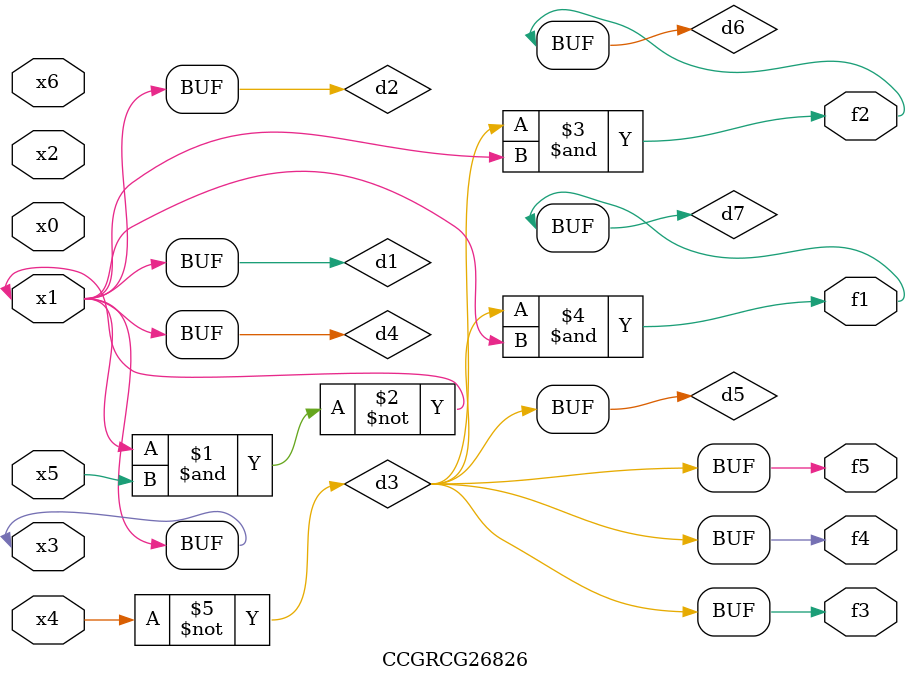
<source format=v>
module CCGRCG26826(
	input x0, x1, x2, x3, x4, x5, x6,
	output f1, f2, f3, f4, f5
);

	wire d1, d2, d3, d4, d5, d6, d7;

	buf (d1, x1, x3);
	nand (d2, x1, x5);
	not (d3, x4);
	buf (d4, d1, d2);
	buf (d5, d3);
	and (d6, d3, d4);
	and (d7, d3, d4);
	assign f1 = d7;
	assign f2 = d6;
	assign f3 = d5;
	assign f4 = d5;
	assign f5 = d5;
endmodule

</source>
